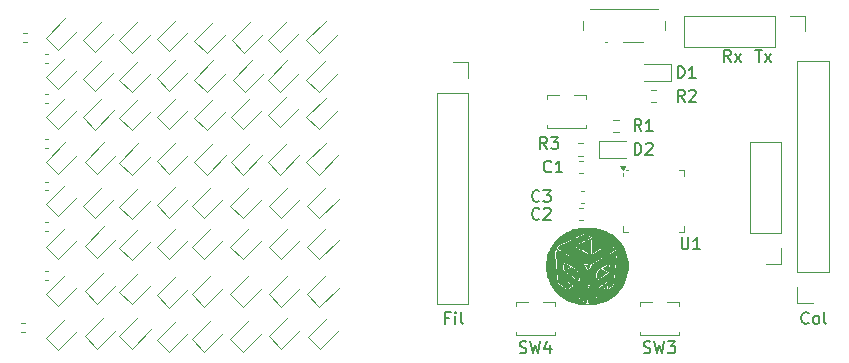
<source format=gbr>
%TF.GenerationSoftware,KiCad,Pcbnew,8.0.7*%
%TF.CreationDate,2025-04-21T23:50:56-03:00*%
%TF.ProjectId,matrixdisplay,6d617472-6978-4646-9973-706c61792e6b,rev?*%
%TF.SameCoordinates,Original*%
%TF.FileFunction,Legend,Top*%
%TF.FilePolarity,Positive*%
%FSLAX46Y46*%
G04 Gerber Fmt 4.6, Leading zero omitted, Abs format (unit mm)*
G04 Created by KiCad (PCBNEW 8.0.7) date 2025-04-21 23:50:56*
%MOMM*%
%LPD*%
G01*
G04 APERTURE LIST*
%ADD10C,0.200000*%
%ADD11C,0.120000*%
%ADD12C,0.000000*%
G04 APERTURE END LIST*
D10*
X179991101Y-79867219D02*
X179657768Y-79391028D01*
X179419673Y-79867219D02*
X179419673Y-78867219D01*
X179419673Y-78867219D02*
X179800625Y-78867219D01*
X179800625Y-78867219D02*
X179895863Y-78914838D01*
X179895863Y-78914838D02*
X179943482Y-78962457D01*
X179943482Y-78962457D02*
X179991101Y-79057695D01*
X179991101Y-79057695D02*
X179991101Y-79200552D01*
X179991101Y-79200552D02*
X179943482Y-79295790D01*
X179943482Y-79295790D02*
X179895863Y-79343409D01*
X179895863Y-79343409D02*
X179800625Y-79391028D01*
X179800625Y-79391028D02*
X179419673Y-79391028D01*
X180324435Y-79867219D02*
X180848244Y-79200552D01*
X180324435Y-79200552D02*
X180848244Y-79867219D01*
X182076816Y-78867219D02*
X182648244Y-78867219D01*
X182362530Y-79867219D02*
X182362530Y-78867219D01*
X182886340Y-79867219D02*
X183410149Y-79200552D01*
X182886340Y-79200552D02*
X183410149Y-79867219D01*
X186591101Y-101971980D02*
X186543482Y-102019600D01*
X186543482Y-102019600D02*
X186400625Y-102067219D01*
X186400625Y-102067219D02*
X186305387Y-102067219D01*
X186305387Y-102067219D02*
X186162530Y-102019600D01*
X186162530Y-102019600D02*
X186067292Y-101924361D01*
X186067292Y-101924361D02*
X186019673Y-101829123D01*
X186019673Y-101829123D02*
X185972054Y-101638647D01*
X185972054Y-101638647D02*
X185972054Y-101495790D01*
X185972054Y-101495790D02*
X186019673Y-101305314D01*
X186019673Y-101305314D02*
X186067292Y-101210076D01*
X186067292Y-101210076D02*
X186162530Y-101114838D01*
X186162530Y-101114838D02*
X186305387Y-101067219D01*
X186305387Y-101067219D02*
X186400625Y-101067219D01*
X186400625Y-101067219D02*
X186543482Y-101114838D01*
X186543482Y-101114838D02*
X186591101Y-101162457D01*
X187162530Y-102067219D02*
X187067292Y-102019600D01*
X187067292Y-102019600D02*
X187019673Y-101971980D01*
X187019673Y-101971980D02*
X186972054Y-101876742D01*
X186972054Y-101876742D02*
X186972054Y-101591028D01*
X186972054Y-101591028D02*
X187019673Y-101495790D01*
X187019673Y-101495790D02*
X187067292Y-101448171D01*
X187067292Y-101448171D02*
X187162530Y-101400552D01*
X187162530Y-101400552D02*
X187305387Y-101400552D01*
X187305387Y-101400552D02*
X187400625Y-101448171D01*
X187400625Y-101448171D02*
X187448244Y-101495790D01*
X187448244Y-101495790D02*
X187495863Y-101591028D01*
X187495863Y-101591028D02*
X187495863Y-101876742D01*
X187495863Y-101876742D02*
X187448244Y-101971980D01*
X187448244Y-101971980D02*
X187400625Y-102019600D01*
X187400625Y-102019600D02*
X187305387Y-102067219D01*
X187305387Y-102067219D02*
X187162530Y-102067219D01*
X188067292Y-102067219D02*
X187972054Y-102019600D01*
X187972054Y-102019600D02*
X187924435Y-101924361D01*
X187924435Y-101924361D02*
X187924435Y-101067219D01*
X156153006Y-101543409D02*
X155819673Y-101543409D01*
X155819673Y-102067219D02*
X155819673Y-101067219D01*
X155819673Y-101067219D02*
X156295863Y-101067219D01*
X156676816Y-102067219D02*
X156676816Y-101400552D01*
X156676816Y-101067219D02*
X156629197Y-101114838D01*
X156629197Y-101114838D02*
X156676816Y-101162457D01*
X156676816Y-101162457D02*
X156724435Y-101114838D01*
X156724435Y-101114838D02*
X156676816Y-101067219D01*
X156676816Y-101067219D02*
X156676816Y-101162457D01*
X157295863Y-102067219D02*
X157200625Y-102019600D01*
X157200625Y-102019600D02*
X157153006Y-101924361D01*
X157153006Y-101924361D02*
X157153006Y-101067219D01*
X176083333Y-83252219D02*
X175750000Y-82776028D01*
X175511905Y-83252219D02*
X175511905Y-82252219D01*
X175511905Y-82252219D02*
X175892857Y-82252219D01*
X175892857Y-82252219D02*
X175988095Y-82299838D01*
X175988095Y-82299838D02*
X176035714Y-82347457D01*
X176035714Y-82347457D02*
X176083333Y-82442695D01*
X176083333Y-82442695D02*
X176083333Y-82585552D01*
X176083333Y-82585552D02*
X176035714Y-82680790D01*
X176035714Y-82680790D02*
X175988095Y-82728409D01*
X175988095Y-82728409D02*
X175892857Y-82776028D01*
X175892857Y-82776028D02*
X175511905Y-82776028D01*
X176464286Y-82347457D02*
X176511905Y-82299838D01*
X176511905Y-82299838D02*
X176607143Y-82252219D01*
X176607143Y-82252219D02*
X176845238Y-82252219D01*
X176845238Y-82252219D02*
X176940476Y-82299838D01*
X176940476Y-82299838D02*
X176988095Y-82347457D01*
X176988095Y-82347457D02*
X177035714Y-82442695D01*
X177035714Y-82442695D02*
X177035714Y-82537933D01*
X177035714Y-82537933D02*
X176988095Y-82680790D01*
X176988095Y-82680790D02*
X176416667Y-83252219D01*
X176416667Y-83252219D02*
X177035714Y-83252219D01*
X164433333Y-87252219D02*
X164100000Y-86776028D01*
X163861905Y-87252219D02*
X163861905Y-86252219D01*
X163861905Y-86252219D02*
X164242857Y-86252219D01*
X164242857Y-86252219D02*
X164338095Y-86299838D01*
X164338095Y-86299838D02*
X164385714Y-86347457D01*
X164385714Y-86347457D02*
X164433333Y-86442695D01*
X164433333Y-86442695D02*
X164433333Y-86585552D01*
X164433333Y-86585552D02*
X164385714Y-86680790D01*
X164385714Y-86680790D02*
X164338095Y-86728409D01*
X164338095Y-86728409D02*
X164242857Y-86776028D01*
X164242857Y-86776028D02*
X163861905Y-86776028D01*
X164766667Y-86252219D02*
X165385714Y-86252219D01*
X165385714Y-86252219D02*
X165052381Y-86633171D01*
X165052381Y-86633171D02*
X165195238Y-86633171D01*
X165195238Y-86633171D02*
X165290476Y-86680790D01*
X165290476Y-86680790D02*
X165338095Y-86728409D01*
X165338095Y-86728409D02*
X165385714Y-86823647D01*
X165385714Y-86823647D02*
X165385714Y-87061742D01*
X165385714Y-87061742D02*
X165338095Y-87156980D01*
X165338095Y-87156980D02*
X165290476Y-87204600D01*
X165290476Y-87204600D02*
X165195238Y-87252219D01*
X165195238Y-87252219D02*
X164909524Y-87252219D01*
X164909524Y-87252219D02*
X164814286Y-87204600D01*
X164814286Y-87204600D02*
X164766667Y-87156980D01*
X163783333Y-91656980D02*
X163735714Y-91704600D01*
X163735714Y-91704600D02*
X163592857Y-91752219D01*
X163592857Y-91752219D02*
X163497619Y-91752219D01*
X163497619Y-91752219D02*
X163354762Y-91704600D01*
X163354762Y-91704600D02*
X163259524Y-91609361D01*
X163259524Y-91609361D02*
X163211905Y-91514123D01*
X163211905Y-91514123D02*
X163164286Y-91323647D01*
X163164286Y-91323647D02*
X163164286Y-91180790D01*
X163164286Y-91180790D02*
X163211905Y-90990314D01*
X163211905Y-90990314D02*
X163259524Y-90895076D01*
X163259524Y-90895076D02*
X163354762Y-90799838D01*
X163354762Y-90799838D02*
X163497619Y-90752219D01*
X163497619Y-90752219D02*
X163592857Y-90752219D01*
X163592857Y-90752219D02*
X163735714Y-90799838D01*
X163735714Y-90799838D02*
X163783333Y-90847457D01*
X164116667Y-90752219D02*
X164735714Y-90752219D01*
X164735714Y-90752219D02*
X164402381Y-91133171D01*
X164402381Y-91133171D02*
X164545238Y-91133171D01*
X164545238Y-91133171D02*
X164640476Y-91180790D01*
X164640476Y-91180790D02*
X164688095Y-91228409D01*
X164688095Y-91228409D02*
X164735714Y-91323647D01*
X164735714Y-91323647D02*
X164735714Y-91561742D01*
X164735714Y-91561742D02*
X164688095Y-91656980D01*
X164688095Y-91656980D02*
X164640476Y-91704600D01*
X164640476Y-91704600D02*
X164545238Y-91752219D01*
X164545238Y-91752219D02*
X164259524Y-91752219D01*
X164259524Y-91752219D02*
X164164286Y-91704600D01*
X164164286Y-91704600D02*
X164116667Y-91656980D01*
X172433333Y-85752219D02*
X172100000Y-85276028D01*
X171861905Y-85752219D02*
X171861905Y-84752219D01*
X171861905Y-84752219D02*
X172242857Y-84752219D01*
X172242857Y-84752219D02*
X172338095Y-84799838D01*
X172338095Y-84799838D02*
X172385714Y-84847457D01*
X172385714Y-84847457D02*
X172433333Y-84942695D01*
X172433333Y-84942695D02*
X172433333Y-85085552D01*
X172433333Y-85085552D02*
X172385714Y-85180790D01*
X172385714Y-85180790D02*
X172338095Y-85228409D01*
X172338095Y-85228409D02*
X172242857Y-85276028D01*
X172242857Y-85276028D02*
X171861905Y-85276028D01*
X173385714Y-85752219D02*
X172814286Y-85752219D01*
X173100000Y-85752219D02*
X173100000Y-84752219D01*
X173100000Y-84752219D02*
X173004762Y-84895076D01*
X173004762Y-84895076D02*
X172909524Y-84990314D01*
X172909524Y-84990314D02*
X172814286Y-85037933D01*
X172616667Y-104504600D02*
X172759524Y-104552219D01*
X172759524Y-104552219D02*
X172997619Y-104552219D01*
X172997619Y-104552219D02*
X173092857Y-104504600D01*
X173092857Y-104504600D02*
X173140476Y-104456980D01*
X173140476Y-104456980D02*
X173188095Y-104361742D01*
X173188095Y-104361742D02*
X173188095Y-104266504D01*
X173188095Y-104266504D02*
X173140476Y-104171266D01*
X173140476Y-104171266D02*
X173092857Y-104123647D01*
X173092857Y-104123647D02*
X172997619Y-104076028D01*
X172997619Y-104076028D02*
X172807143Y-104028409D01*
X172807143Y-104028409D02*
X172711905Y-103980790D01*
X172711905Y-103980790D02*
X172664286Y-103933171D01*
X172664286Y-103933171D02*
X172616667Y-103837933D01*
X172616667Y-103837933D02*
X172616667Y-103742695D01*
X172616667Y-103742695D02*
X172664286Y-103647457D01*
X172664286Y-103647457D02*
X172711905Y-103599838D01*
X172711905Y-103599838D02*
X172807143Y-103552219D01*
X172807143Y-103552219D02*
X173045238Y-103552219D01*
X173045238Y-103552219D02*
X173188095Y-103599838D01*
X173521429Y-103552219D02*
X173759524Y-104552219D01*
X173759524Y-104552219D02*
X173950000Y-103837933D01*
X173950000Y-103837933D02*
X174140476Y-104552219D01*
X174140476Y-104552219D02*
X174378572Y-103552219D01*
X174664286Y-103552219D02*
X175283333Y-103552219D01*
X175283333Y-103552219D02*
X174950000Y-103933171D01*
X174950000Y-103933171D02*
X175092857Y-103933171D01*
X175092857Y-103933171D02*
X175188095Y-103980790D01*
X175188095Y-103980790D02*
X175235714Y-104028409D01*
X175235714Y-104028409D02*
X175283333Y-104123647D01*
X175283333Y-104123647D02*
X175283333Y-104361742D01*
X175283333Y-104361742D02*
X175235714Y-104456980D01*
X175235714Y-104456980D02*
X175188095Y-104504600D01*
X175188095Y-104504600D02*
X175092857Y-104552219D01*
X175092857Y-104552219D02*
X174807143Y-104552219D01*
X174807143Y-104552219D02*
X174711905Y-104504600D01*
X174711905Y-104504600D02*
X174664286Y-104456980D01*
X175838095Y-94752219D02*
X175838095Y-95561742D01*
X175838095Y-95561742D02*
X175885714Y-95656980D01*
X175885714Y-95656980D02*
X175933333Y-95704600D01*
X175933333Y-95704600D02*
X176028571Y-95752219D01*
X176028571Y-95752219D02*
X176219047Y-95752219D01*
X176219047Y-95752219D02*
X176314285Y-95704600D01*
X176314285Y-95704600D02*
X176361904Y-95656980D01*
X176361904Y-95656980D02*
X176409523Y-95561742D01*
X176409523Y-95561742D02*
X176409523Y-94752219D01*
X177409523Y-95752219D02*
X176838095Y-95752219D01*
X177123809Y-95752219D02*
X177123809Y-94752219D01*
X177123809Y-94752219D02*
X177028571Y-94895076D01*
X177028571Y-94895076D02*
X176933333Y-94990314D01*
X176933333Y-94990314D02*
X176838095Y-95037933D01*
X164783333Y-89156980D02*
X164735714Y-89204600D01*
X164735714Y-89204600D02*
X164592857Y-89252219D01*
X164592857Y-89252219D02*
X164497619Y-89252219D01*
X164497619Y-89252219D02*
X164354762Y-89204600D01*
X164354762Y-89204600D02*
X164259524Y-89109361D01*
X164259524Y-89109361D02*
X164211905Y-89014123D01*
X164211905Y-89014123D02*
X164164286Y-88823647D01*
X164164286Y-88823647D02*
X164164286Y-88680790D01*
X164164286Y-88680790D02*
X164211905Y-88490314D01*
X164211905Y-88490314D02*
X164259524Y-88395076D01*
X164259524Y-88395076D02*
X164354762Y-88299838D01*
X164354762Y-88299838D02*
X164497619Y-88252219D01*
X164497619Y-88252219D02*
X164592857Y-88252219D01*
X164592857Y-88252219D02*
X164735714Y-88299838D01*
X164735714Y-88299838D02*
X164783333Y-88347457D01*
X165735714Y-89252219D02*
X165164286Y-89252219D01*
X165450000Y-89252219D02*
X165450000Y-88252219D01*
X165450000Y-88252219D02*
X165354762Y-88395076D01*
X165354762Y-88395076D02*
X165259524Y-88490314D01*
X165259524Y-88490314D02*
X165164286Y-88537933D01*
X171861905Y-87752219D02*
X171861905Y-86752219D01*
X171861905Y-86752219D02*
X172100000Y-86752219D01*
X172100000Y-86752219D02*
X172242857Y-86799838D01*
X172242857Y-86799838D02*
X172338095Y-86895076D01*
X172338095Y-86895076D02*
X172385714Y-86990314D01*
X172385714Y-86990314D02*
X172433333Y-87180790D01*
X172433333Y-87180790D02*
X172433333Y-87323647D01*
X172433333Y-87323647D02*
X172385714Y-87514123D01*
X172385714Y-87514123D02*
X172338095Y-87609361D01*
X172338095Y-87609361D02*
X172242857Y-87704600D01*
X172242857Y-87704600D02*
X172100000Y-87752219D01*
X172100000Y-87752219D02*
X171861905Y-87752219D01*
X172814286Y-86847457D02*
X172861905Y-86799838D01*
X172861905Y-86799838D02*
X172957143Y-86752219D01*
X172957143Y-86752219D02*
X173195238Y-86752219D01*
X173195238Y-86752219D02*
X173290476Y-86799838D01*
X173290476Y-86799838D02*
X173338095Y-86847457D01*
X173338095Y-86847457D02*
X173385714Y-86942695D01*
X173385714Y-86942695D02*
X173385714Y-87037933D01*
X173385714Y-87037933D02*
X173338095Y-87180790D01*
X173338095Y-87180790D02*
X172766667Y-87752219D01*
X172766667Y-87752219D02*
X173385714Y-87752219D01*
X163783333Y-93156980D02*
X163735714Y-93204600D01*
X163735714Y-93204600D02*
X163592857Y-93252219D01*
X163592857Y-93252219D02*
X163497619Y-93252219D01*
X163497619Y-93252219D02*
X163354762Y-93204600D01*
X163354762Y-93204600D02*
X163259524Y-93109361D01*
X163259524Y-93109361D02*
X163211905Y-93014123D01*
X163211905Y-93014123D02*
X163164286Y-92823647D01*
X163164286Y-92823647D02*
X163164286Y-92680790D01*
X163164286Y-92680790D02*
X163211905Y-92490314D01*
X163211905Y-92490314D02*
X163259524Y-92395076D01*
X163259524Y-92395076D02*
X163354762Y-92299838D01*
X163354762Y-92299838D02*
X163497619Y-92252219D01*
X163497619Y-92252219D02*
X163592857Y-92252219D01*
X163592857Y-92252219D02*
X163735714Y-92299838D01*
X163735714Y-92299838D02*
X163783333Y-92347457D01*
X164164286Y-92347457D02*
X164211905Y-92299838D01*
X164211905Y-92299838D02*
X164307143Y-92252219D01*
X164307143Y-92252219D02*
X164545238Y-92252219D01*
X164545238Y-92252219D02*
X164640476Y-92299838D01*
X164640476Y-92299838D02*
X164688095Y-92347457D01*
X164688095Y-92347457D02*
X164735714Y-92442695D01*
X164735714Y-92442695D02*
X164735714Y-92537933D01*
X164735714Y-92537933D02*
X164688095Y-92680790D01*
X164688095Y-92680790D02*
X164116667Y-93252219D01*
X164116667Y-93252219D02*
X164735714Y-93252219D01*
X175511905Y-81252219D02*
X175511905Y-80252219D01*
X175511905Y-80252219D02*
X175750000Y-80252219D01*
X175750000Y-80252219D02*
X175892857Y-80299838D01*
X175892857Y-80299838D02*
X175988095Y-80395076D01*
X175988095Y-80395076D02*
X176035714Y-80490314D01*
X176035714Y-80490314D02*
X176083333Y-80680790D01*
X176083333Y-80680790D02*
X176083333Y-80823647D01*
X176083333Y-80823647D02*
X176035714Y-81014123D01*
X176035714Y-81014123D02*
X175988095Y-81109361D01*
X175988095Y-81109361D02*
X175892857Y-81204600D01*
X175892857Y-81204600D02*
X175750000Y-81252219D01*
X175750000Y-81252219D02*
X175511905Y-81252219D01*
X177035714Y-81252219D02*
X176464286Y-81252219D01*
X176750000Y-81252219D02*
X176750000Y-80252219D01*
X176750000Y-80252219D02*
X176654762Y-80395076D01*
X176654762Y-80395076D02*
X176559524Y-80490314D01*
X176559524Y-80490314D02*
X176464286Y-80537933D01*
X162116667Y-104504600D02*
X162259524Y-104552219D01*
X162259524Y-104552219D02*
X162497619Y-104552219D01*
X162497619Y-104552219D02*
X162592857Y-104504600D01*
X162592857Y-104504600D02*
X162640476Y-104456980D01*
X162640476Y-104456980D02*
X162688095Y-104361742D01*
X162688095Y-104361742D02*
X162688095Y-104266504D01*
X162688095Y-104266504D02*
X162640476Y-104171266D01*
X162640476Y-104171266D02*
X162592857Y-104123647D01*
X162592857Y-104123647D02*
X162497619Y-104076028D01*
X162497619Y-104076028D02*
X162307143Y-104028409D01*
X162307143Y-104028409D02*
X162211905Y-103980790D01*
X162211905Y-103980790D02*
X162164286Y-103933171D01*
X162164286Y-103933171D02*
X162116667Y-103837933D01*
X162116667Y-103837933D02*
X162116667Y-103742695D01*
X162116667Y-103742695D02*
X162164286Y-103647457D01*
X162164286Y-103647457D02*
X162211905Y-103599838D01*
X162211905Y-103599838D02*
X162307143Y-103552219D01*
X162307143Y-103552219D02*
X162545238Y-103552219D01*
X162545238Y-103552219D02*
X162688095Y-103599838D01*
X163021429Y-103552219D02*
X163259524Y-104552219D01*
X163259524Y-104552219D02*
X163450000Y-103837933D01*
X163450000Y-103837933D02*
X163640476Y-104552219D01*
X163640476Y-104552219D02*
X163878572Y-103552219D01*
X164688095Y-103885552D02*
X164688095Y-104552219D01*
X164450000Y-103504600D02*
X164211905Y-104218885D01*
X164211905Y-104218885D02*
X164830952Y-104218885D01*
D11*
%TO.C,SW2*%
X174400000Y-77200000D02*
X174400000Y-76410000D01*
X173800000Y-75400000D02*
X168100000Y-75400000D01*
X172550000Y-78250000D02*
X170850000Y-78250000D01*
X169550000Y-78250000D02*
X169350000Y-78250000D01*
X167500000Y-76410000D02*
X167500000Y-77200000D01*
D12*
%TO.C,G\u002A\u002A\u002A*%
G36*
X167967900Y-93943118D02*
G01*
X168102372Y-93944711D01*
X168228683Y-93947530D01*
X168342308Y-93951572D01*
X168438723Y-93956837D01*
X168513402Y-93963326D01*
X168535823Y-93966213D01*
X168843133Y-94024716D01*
X169137804Y-94107774D01*
X169418951Y-94214750D01*
X169685690Y-94345010D01*
X169937136Y-94497917D01*
X170172406Y-94672837D01*
X170390614Y-94869133D01*
X170590875Y-95086170D01*
X170772307Y-95323313D01*
X170934023Y-95579927D01*
X171028191Y-95756954D01*
X171145388Y-96021637D01*
X171236419Y-96291108D01*
X171301833Y-96567759D01*
X171342175Y-96853981D01*
X171357995Y-97152167D01*
X171358287Y-97200000D01*
X171346422Y-97498758D01*
X171310401Y-97784976D01*
X171249589Y-98061428D01*
X171163348Y-98330892D01*
X171051042Y-98596142D01*
X171026479Y-98646749D01*
X170880617Y-98910445D01*
X170713371Y-99156967D01*
X170526158Y-99385324D01*
X170320392Y-99594523D01*
X170097490Y-99783574D01*
X169858869Y-99951485D01*
X169605943Y-100097263D01*
X169340129Y-100219918D01*
X169062842Y-100318458D01*
X168775499Y-100391892D01*
X168479515Y-100439227D01*
X168464503Y-100440893D01*
X168412944Y-100444706D01*
X168337826Y-100447828D01*
X168243553Y-100450264D01*
X168134529Y-100452021D01*
X168015157Y-100453103D01*
X167889842Y-100453516D01*
X167762986Y-100453266D01*
X167638995Y-100452357D01*
X167522271Y-100450796D01*
X167417218Y-100448588D01*
X167328240Y-100445739D01*
X167259742Y-100442253D01*
X167225525Y-100439347D01*
X166934263Y-100392573D01*
X166650470Y-100319483D01*
X166375742Y-100221205D01*
X166111672Y-100098868D01*
X165859854Y-99953599D01*
X165621882Y-99786526D01*
X165399351Y-99598779D01*
X165193855Y-99391485D01*
X165006988Y-99165772D01*
X164840345Y-98922769D01*
X164695518Y-98663604D01*
X164684270Y-98640876D01*
X164567715Y-98375574D01*
X164477350Y-98107717D01*
X164412452Y-97834128D01*
X164372295Y-97551633D01*
X164356156Y-97257053D01*
X164355746Y-97200000D01*
X164367782Y-96899729D01*
X164404257Y-96611795D01*
X164465717Y-96333806D01*
X164552709Y-96063370D01*
X164603575Y-95944033D01*
X165126027Y-95944033D01*
X165239616Y-97290599D01*
X165255797Y-97482094D01*
X165271351Y-97665502D01*
X165286111Y-97838910D01*
X165299913Y-98000407D01*
X165312590Y-98148081D01*
X165323979Y-98280020D01*
X165333913Y-98394314D01*
X165342228Y-98489050D01*
X165348758Y-98562317D01*
X165353338Y-98612203D01*
X165355803Y-98636797D01*
X165356160Y-98639124D01*
X165367917Y-98647366D01*
X165399940Y-98669864D01*
X165449536Y-98704726D01*
X165514017Y-98750061D01*
X165590690Y-98803978D01*
X165676866Y-98864584D01*
X165741266Y-98909879D01*
X165833007Y-98974105D01*
X165917722Y-99032833D01*
X165992620Y-99084172D01*
X166054911Y-99126234D01*
X166101803Y-99157129D01*
X166130507Y-99174966D01*
X166138231Y-99178674D01*
X166154086Y-99171497D01*
X166189834Y-99151455D01*
X166241711Y-99120784D01*
X166305953Y-99081720D01*
X166378794Y-99036497D01*
X166398195Y-99024310D01*
X166472663Y-98977871D01*
X166539534Y-98937026D01*
X166595033Y-98904012D01*
X166635384Y-98881064D01*
X166656810Y-98870421D01*
X166658780Y-98869945D01*
X166675900Y-98877567D01*
X166710560Y-98898243D01*
X166757482Y-98928683D01*
X166803889Y-98960353D01*
X166933560Y-99050760D01*
X166942635Y-99167342D01*
X166945847Y-99223237D01*
X166948601Y-99298890D01*
X166950673Y-99385991D01*
X166951839Y-99476234D01*
X166952009Y-99515470D01*
X166952708Y-99593941D01*
X166954450Y-99662911D01*
X166957020Y-99717343D01*
X166960199Y-99752198D01*
X166962618Y-99762176D01*
X166976646Y-99774243D01*
X167010484Y-99799875D01*
X167061093Y-99836945D01*
X167125437Y-99883322D01*
X167200477Y-99936878D01*
X167283176Y-99995484D01*
X167370497Y-100057011D01*
X167459401Y-100119328D01*
X167546851Y-100180309D01*
X167629809Y-100237823D01*
X167705238Y-100289742D01*
X167770101Y-100333936D01*
X167821359Y-100368276D01*
X167855975Y-100390634D01*
X167870911Y-100398880D01*
X167871049Y-100398886D01*
X167885139Y-100390717D01*
X167919269Y-100367689D01*
X167970899Y-100331611D01*
X168037487Y-100284289D01*
X168116492Y-100227533D01*
X168205373Y-100163151D01*
X168301590Y-100092949D01*
X168320110Y-100079381D01*
X168755138Y-99760474D01*
X168773069Y-99416950D01*
X168778254Y-99321088D01*
X168783295Y-99234263D01*
X168787931Y-99160494D01*
X168791899Y-99103805D01*
X168794939Y-99068217D01*
X168796412Y-99057904D01*
X168809754Y-99043186D01*
X168840047Y-99018277D01*
X168881287Y-98987372D01*
X168927473Y-98954665D01*
X168972604Y-98924349D01*
X169010678Y-98900618D01*
X169035692Y-98887667D01*
X169041565Y-98886592D01*
X169056456Y-98894913D01*
X169091521Y-98915564D01*
X169142964Y-98946276D01*
X169206987Y-98984781D01*
X169279794Y-99028810D01*
X169294299Y-99037609D01*
X169376836Y-99087435D01*
X169439002Y-99124063D01*
X169484257Y-99149118D01*
X169516062Y-99164224D01*
X169537878Y-99171006D01*
X169553166Y-99171089D01*
X169565388Y-99166099D01*
X169566515Y-99165420D01*
X169586730Y-99151729D01*
X169625733Y-99124213D01*
X169679669Y-99085633D01*
X169744685Y-99038748D01*
X169816925Y-98986321D01*
X169839137Y-98970139D01*
X169921330Y-98909743D01*
X169983311Y-98862886D01*
X170027910Y-98827081D01*
X170057954Y-98799841D01*
X170076272Y-98778679D01*
X170085695Y-98761108D01*
X170088279Y-98751112D01*
X170091747Y-98725179D01*
X170097698Y-98674506D01*
X170105905Y-98601294D01*
X170116141Y-98507744D01*
X170128181Y-98396058D01*
X170141796Y-98268437D01*
X170156759Y-98127083D01*
X170172845Y-97974198D01*
X170189826Y-97811983D01*
X170207474Y-97642639D01*
X170225565Y-97468368D01*
X170243869Y-97291372D01*
X170262161Y-97113852D01*
X170280214Y-96938009D01*
X170297800Y-96766045D01*
X170314693Y-96600162D01*
X170330666Y-96442561D01*
X170345493Y-96295444D01*
X170358945Y-96161011D01*
X170370797Y-96041465D01*
X170380821Y-95939008D01*
X170388791Y-95855840D01*
X170394480Y-95794163D01*
X170397660Y-95756179D01*
X170398178Y-95744053D01*
X170384272Y-95736792D01*
X170348693Y-95719756D01*
X170295282Y-95694705D01*
X170227881Y-95663397D01*
X170150330Y-95627590D01*
X170066472Y-95589042D01*
X169980148Y-95549512D01*
X169895199Y-95510757D01*
X169815466Y-95474536D01*
X169744790Y-95442606D01*
X169687014Y-95416727D01*
X169645978Y-95398656D01*
X169625524Y-95390152D01*
X169624026Y-95389724D01*
X169610950Y-95396291D01*
X169575559Y-95415167D01*
X169520120Y-95445118D01*
X169446901Y-95484909D01*
X169358166Y-95533303D01*
X169256185Y-95589066D01*
X169143222Y-95650962D01*
X169021545Y-95717755D01*
X168954541Y-95754586D01*
X168788820Y-95845358D01*
X168646636Y-95922444D01*
X168527241Y-95986230D01*
X168429889Y-96037102D01*
X168353831Y-96075446D01*
X168298322Y-96101648D01*
X168262614Y-96116093D01*
X168248084Y-96119448D01*
X168205099Y-96119448D01*
X168210125Y-95982624D01*
X168214509Y-95856453D01*
X168218630Y-95724790D01*
X168222432Y-95590604D01*
X168225861Y-95456865D01*
X168228863Y-95326543D01*
X168231383Y-95202606D01*
X168233365Y-95088023D01*
X168234756Y-94985764D01*
X168235501Y-94898799D01*
X168235544Y-94830095D01*
X168234832Y-94782624D01*
X168233309Y-94759354D01*
X168232692Y-94757541D01*
X168217400Y-94749310D01*
X168180090Y-94731265D01*
X168124350Y-94705081D01*
X168053769Y-94672431D01*
X167971936Y-94634990D01*
X167902509Y-94603494D01*
X167803252Y-94558806D01*
X167726168Y-94524710D01*
X167667947Y-94500032D01*
X167625283Y-94483597D01*
X167594865Y-94474232D01*
X167573385Y-94470762D01*
X167557536Y-94472014D01*
X167544663Y-94476515D01*
X167526204Y-94484953D01*
X167484215Y-94504211D01*
X167420669Y-94533382D01*
X167337538Y-94571560D01*
X167236793Y-94617839D01*
X167120404Y-94671315D01*
X166990344Y-94731080D01*
X166848585Y-94796230D01*
X166697097Y-94865858D01*
X166537851Y-94939060D01*
X166453701Y-94977744D01*
X165401215Y-95461595D01*
X165263621Y-95702814D01*
X165126027Y-95944033D01*
X164603575Y-95944033D01*
X164665780Y-95798096D01*
X164685841Y-95756954D01*
X164834373Y-95487756D01*
X165003114Y-95237717D01*
X165191205Y-95007454D01*
X165397783Y-94797588D01*
X165621988Y-94608736D01*
X165862958Y-94441518D01*
X166119833Y-94296552D01*
X166391750Y-94174457D01*
X166677850Y-94075851D01*
X166977271Y-94001353D01*
X167178209Y-93966213D01*
X167243104Y-93959243D01*
X167331512Y-93953496D01*
X167438911Y-93948973D01*
X167560774Y-93945674D01*
X167692577Y-93943599D01*
X167829794Y-93942746D01*
X167967900Y-93943118D01*
G37*
G36*
X165381180Y-95790801D02*
G01*
X165418862Y-95810520D01*
X165477419Y-95842166D01*
X165555095Y-95884761D01*
X165650131Y-95937326D01*
X165760768Y-95998885D01*
X165885250Y-96068457D01*
X166021817Y-96145066D01*
X166168713Y-96227732D01*
X166324179Y-96315478D01*
X166486458Y-96407326D01*
X166493679Y-96411419D01*
X167600175Y-97038619D01*
X167752681Y-97305249D01*
X167905186Y-97571879D01*
X167883463Y-98926077D01*
X167880308Y-99119207D01*
X167877165Y-99304753D01*
X167874074Y-99480743D01*
X167871075Y-99645207D01*
X167868206Y-99796171D01*
X167865509Y-99931664D01*
X167863023Y-100049713D01*
X167860787Y-100148346D01*
X167858840Y-100225591D01*
X167857224Y-100279477D01*
X167855976Y-100308030D01*
X167855603Y-100311851D01*
X167847004Y-100335962D01*
X167839207Y-100342245D01*
X167825777Y-100334130D01*
X167792127Y-100311569D01*
X167740900Y-100276396D01*
X167674739Y-100230447D01*
X167596285Y-100175556D01*
X167508181Y-100113558D01*
X167419283Y-100050691D01*
X167324374Y-99983330D01*
X167236611Y-99920871D01*
X167158658Y-99865222D01*
X167093174Y-99818289D01*
X167042821Y-99781979D01*
X167010260Y-99758199D01*
X166998289Y-99749011D01*
X166994918Y-99732415D01*
X166991384Y-99691667D01*
X166987883Y-99630680D01*
X166984614Y-99553368D01*
X166981774Y-99463642D01*
X166979944Y-99385636D01*
X166972928Y-99033566D01*
X166538802Y-98741058D01*
X166440578Y-98675325D01*
X166349618Y-98615313D01*
X166268534Y-98562681D01*
X166199937Y-98519086D01*
X166146440Y-98486188D01*
X166110655Y-98465644D01*
X166095194Y-98459111D01*
X166094881Y-98459275D01*
X166092882Y-98475760D01*
X166092571Y-98516216D01*
X166093842Y-98576608D01*
X166096588Y-98652900D01*
X166100703Y-98741055D01*
X166103858Y-98799256D01*
X166109030Y-98892099D01*
X166113415Y-98974991D01*
X166116826Y-99044029D01*
X166119075Y-99095310D01*
X166119976Y-99124931D01*
X166119768Y-99130713D01*
X166108054Y-99123471D01*
X166076185Y-99101909D01*
X166026904Y-99067932D01*
X165962954Y-99023446D01*
X165887081Y-98970356D01*
X165802029Y-98910569D01*
X165752044Y-98875320D01*
X165647562Y-98801224D01*
X165564101Y-98741179D01*
X165499476Y-98693445D01*
X165451505Y-98656286D01*
X165418003Y-98627963D01*
X165396785Y-98606739D01*
X165385669Y-98590875D01*
X165382639Y-98581395D01*
X165380808Y-98562368D01*
X165376775Y-98517395D01*
X165370716Y-98448497D01*
X165362803Y-98357693D01*
X165353213Y-98247002D01*
X165342118Y-98118446D01*
X165329694Y-97974044D01*
X165316114Y-97815816D01*
X165301553Y-97645781D01*
X165286184Y-97465960D01*
X165270184Y-97278373D01*
X165267900Y-97251566D01*
X165250550Y-97047911D01*
X165806663Y-97047911D01*
X165808200Y-97108585D01*
X165811219Y-97184278D01*
X165815600Y-97270661D01*
X165817306Y-97300469D01*
X165834800Y-97597902D01*
X166003919Y-97707187D01*
X166201057Y-97834414D01*
X166382518Y-97951191D01*
X166547476Y-98056995D01*
X166695105Y-98151302D01*
X166824577Y-98233591D01*
X166935067Y-98303338D01*
X167025746Y-98360020D01*
X167095790Y-98403114D01*
X167144370Y-98432097D01*
X167170661Y-98446446D01*
X167174926Y-98447988D01*
X167181281Y-98444404D01*
X167185865Y-98430843D01*
X167188803Y-98404162D01*
X167190217Y-98361221D01*
X167190231Y-98298878D01*
X167188966Y-98213992D01*
X167187248Y-98133442D01*
X167180004Y-97817933D01*
X167091605Y-97664239D01*
X167003206Y-97510546D01*
X166480852Y-97195127D01*
X165958497Y-96879709D01*
X165887869Y-96927273D01*
X165848783Y-96954876D01*
X165819640Y-96977825D01*
X165808526Y-96988937D01*
X165806731Y-97006586D01*
X165806663Y-97047911D01*
X165250550Y-97047911D01*
X165157702Y-95958066D01*
X165251392Y-95870912D01*
X165295099Y-95832318D01*
X165333053Y-95802536D01*
X165359447Y-95785964D01*
X165366132Y-95783988D01*
X165381180Y-95790801D01*
G37*
G36*
X170366840Y-95796239D02*
G01*
X170363122Y-95835532D01*
X170356879Y-95898333D01*
X170348342Y-95982442D01*
X170337744Y-96085660D01*
X170325318Y-96205787D01*
X170311297Y-96340623D01*
X170295913Y-96487970D01*
X170279400Y-96645627D01*
X170261989Y-96811396D01*
X170243913Y-96983076D01*
X170225405Y-97158469D01*
X170206698Y-97335374D01*
X170188024Y-97511593D01*
X170169617Y-97684926D01*
X170151708Y-97853173D01*
X170134530Y-98014135D01*
X170118316Y-98165613D01*
X170103300Y-98305406D01*
X170089712Y-98431317D01*
X170077787Y-98541144D01*
X170067756Y-98632689D01*
X170059853Y-98703752D01*
X170054310Y-98752134D01*
X170051359Y-98775635D01*
X170050976Y-98777582D01*
X170015388Y-98804671D01*
X169966341Y-98840910D01*
X169907831Y-98883463D01*
X169843853Y-98929493D01*
X169778400Y-98976166D01*
X169715468Y-99020646D01*
X169659051Y-99060098D01*
X169613143Y-99091686D01*
X169581739Y-99112574D01*
X169568835Y-99119927D01*
X169568746Y-99119888D01*
X169568294Y-99104912D01*
X169570091Y-99065976D01*
X169573868Y-99007073D01*
X169579357Y-98932199D01*
X169586289Y-98845345D01*
X169590708Y-98792893D01*
X169598134Y-98700721D01*
X169603881Y-98617945D01*
X169607742Y-98548640D01*
X169609510Y-98496880D01*
X169608977Y-98466740D01*
X169607622Y-98460849D01*
X169594277Y-98466367D01*
X169560536Y-98486413D01*
X169508906Y-98519293D01*
X169441892Y-98563311D01*
X169362000Y-98616772D01*
X169271738Y-98677979D01*
X169173609Y-98745239D01*
X169070122Y-98816856D01*
X168963782Y-98891133D01*
X168857094Y-98966377D01*
X168793869Y-99011345D01*
X168784275Y-99019374D01*
X168776610Y-99030458D01*
X168770419Y-99048021D01*
X168765243Y-99075491D01*
X168760624Y-99116291D01*
X168756107Y-99173849D01*
X168751232Y-99251591D01*
X168745543Y-99352941D01*
X168743670Y-99387333D01*
X168737941Y-99484393D01*
X168731878Y-99572203D01*
X168725820Y-99646862D01*
X168720110Y-99704470D01*
X168715088Y-99741127D01*
X168711735Y-99752805D01*
X168695355Y-99765695D01*
X168660057Y-99792142D01*
X168608965Y-99829880D01*
X168545203Y-99876646D01*
X168471897Y-99930174D01*
X168392172Y-99988202D01*
X168309150Y-100048464D01*
X168225958Y-100108697D01*
X168145720Y-100166635D01*
X168071560Y-100220015D01*
X168006604Y-100266573D01*
X167953975Y-100304044D01*
X167916799Y-100330163D01*
X167898199Y-100342668D01*
X167896702Y-100343426D01*
X167895335Y-100329858D01*
X167894485Y-100291005D01*
X167894140Y-100229646D01*
X167894288Y-100148555D01*
X167894919Y-100050511D01*
X167896022Y-99938290D01*
X167897585Y-99814670D01*
X167899288Y-99701409D01*
X167909630Y-99059392D01*
X167983801Y-98930662D01*
X168013425Y-98877126D01*
X168035696Y-98832737D01*
X168048056Y-98802875D01*
X168049201Y-98793161D01*
X168032084Y-98782712D01*
X167998575Y-98766132D01*
X167978350Y-98756929D01*
X167916269Y-98729468D01*
X167922192Y-98395452D01*
X168580784Y-98395452D01*
X168580855Y-98423283D01*
X168582234Y-98439301D01*
X168584884Y-98446749D01*
X168588769Y-98448867D01*
X168590436Y-98448950D01*
X168603931Y-98441380D01*
X168638370Y-98419697D01*
X168691401Y-98385445D01*
X168760674Y-98340164D01*
X168843839Y-98285398D01*
X168938544Y-98222689D01*
X169042438Y-98153579D01*
X169141237Y-98087597D01*
X169681326Y-97726243D01*
X169706892Y-97424992D01*
X169732458Y-97123741D01*
X169685842Y-97085405D01*
X169660308Y-97063885D01*
X169639014Y-97047036D01*
X169619106Y-97035858D01*
X169597729Y-97031348D01*
X169572028Y-97034503D01*
X169539151Y-97046323D01*
X169496242Y-97067805D01*
X169440448Y-97099948D01*
X169368913Y-97143748D01*
X169278784Y-97200205D01*
X169180056Y-97262257D01*
X168783204Y-97511241D01*
X168696028Y-97665307D01*
X168608851Y-97819372D01*
X168594287Y-98101136D01*
X168588771Y-98208648D01*
X168584706Y-98291377D01*
X168582055Y-98352564D01*
X168580784Y-98395452D01*
X167922192Y-98395452D01*
X167926622Y-98145638D01*
X167936976Y-97561807D01*
X168083819Y-97307230D01*
X168128614Y-97230142D01*
X168169514Y-97160833D01*
X168204174Y-97103190D01*
X168230250Y-97061098D01*
X168245399Y-97038443D01*
X168247320Y-97036155D01*
X168260707Y-97027594D01*
X168296064Y-97006105D01*
X168351277Y-96972938D01*
X168424230Y-96929343D01*
X168512808Y-96876571D01*
X168614895Y-96815873D01*
X168728376Y-96748499D01*
X168851136Y-96675699D01*
X168981059Y-96598724D01*
X169116030Y-96518824D01*
X169253933Y-96437250D01*
X169392654Y-96355252D01*
X169530077Y-96274082D01*
X169664086Y-96194988D01*
X169792566Y-96119222D01*
X169913402Y-96048035D01*
X170024479Y-95982676D01*
X170123680Y-95924397D01*
X170208891Y-95874447D01*
X170277997Y-95834077D01*
X170328881Y-95804538D01*
X170359429Y-95787080D01*
X170367799Y-95782652D01*
X170366840Y-95796239D01*
G37*
G36*
X166367355Y-98667213D02*
G01*
X166440707Y-98716505D01*
X166505435Y-98760791D01*
X166558125Y-98797669D01*
X166595365Y-98824740D01*
X166613739Y-98839600D01*
X166615083Y-98841449D01*
X166603917Y-98850618D01*
X166573367Y-98871806D01*
X166527855Y-98902167D01*
X166471803Y-98938852D01*
X166409631Y-98979015D01*
X166345762Y-99019808D01*
X166284616Y-99058384D01*
X166230616Y-99091895D01*
X166188183Y-99117494D01*
X166171503Y-99127100D01*
X166163210Y-99120262D01*
X166156181Y-99088807D01*
X166150186Y-99031405D01*
X166147070Y-98985327D01*
X166142350Y-98904361D01*
X166136919Y-98809888D01*
X166131608Y-98716424D01*
X166128916Y-98668497D01*
X166119627Y-98502133D01*
X166367355Y-98667213D01*
G37*
G36*
X169559488Y-98777933D02*
G01*
X169552031Y-98866344D01*
X169545439Y-98947332D01*
X169540098Y-99015930D01*
X169536393Y-99067169D01*
X169534710Y-99096080D01*
X169534659Y-99097984D01*
X169530875Y-99125607D01*
X169523453Y-99135483D01*
X169508696Y-99128106D01*
X169474050Y-99108261D01*
X169423464Y-99078287D01*
X169360889Y-99040525D01*
X169292462Y-98998660D01*
X169211491Y-98948137D01*
X169152710Y-98909735D01*
X169113869Y-98881773D01*
X169092717Y-98862572D01*
X169087007Y-98850454D01*
X169088981Y-98846761D01*
X169105223Y-98834109D01*
X169140791Y-98808095D01*
X169191967Y-98771381D01*
X169255037Y-98726628D01*
X169326283Y-98676498D01*
X169344800Y-98663534D01*
X169583634Y-98496474D01*
X169559488Y-98777933D01*
G37*
G36*
X167964934Y-98904599D02*
G01*
X167936273Y-98953927D01*
X167918872Y-98982548D01*
X167909921Y-98994039D01*
X167906611Y-98991980D01*
X167906132Y-98979947D01*
X167906132Y-98979491D01*
X167907966Y-98953018D01*
X167912577Y-98911797D01*
X167914873Y-98894287D01*
X167921994Y-98854832D01*
X167933342Y-98835165D01*
X167955314Y-98827091D01*
X167968760Y-98825243D01*
X168013906Y-98819972D01*
X167964934Y-98904599D01*
G37*
G36*
X167954559Y-98781046D02*
G01*
X167962265Y-98785746D01*
X167973286Y-98795982D01*
X167959348Y-98799408D01*
X167951740Y-98799564D01*
X167927102Y-98794450D01*
X167920165Y-98785746D01*
X167929000Y-98772688D01*
X167954559Y-98781046D01*
G37*
G36*
X168063528Y-97277182D02*
G01*
X168021053Y-97349196D01*
X167983230Y-97412080D01*
X167952361Y-97462105D01*
X167930750Y-97495544D01*
X167920700Y-97508668D01*
X167920485Y-97508729D01*
X167911325Y-97497197D01*
X167890531Y-97465140D01*
X167860451Y-97416365D01*
X167823437Y-97354683D01*
X167783157Y-97286166D01*
X167741997Y-97215027D01*
X167706227Y-97152310D01*
X167678075Y-97101999D01*
X167659772Y-97068075D01*
X167653536Y-97054619D01*
X167666858Y-97051851D01*
X167703984Y-97049429D01*
X167760651Y-97047493D01*
X167832598Y-97046184D01*
X167915562Y-97045642D01*
X167926199Y-97045635D01*
X168198863Y-97045635D01*
X168063528Y-97277182D01*
G37*
G36*
X167876330Y-94629065D02*
G01*
X167959727Y-94667553D01*
X168033101Y-94702708D01*
X168093054Y-94732795D01*
X168136192Y-94756078D01*
X168159117Y-94770823D01*
X168161729Y-94774879D01*
X168147222Y-94783071D01*
X168109916Y-94802264D01*
X168052273Y-94831239D01*
X167976761Y-94868776D01*
X167885843Y-94913653D01*
X167781986Y-94964652D01*
X167667653Y-95020553D01*
X167545311Y-95080134D01*
X167526604Y-95089224D01*
X167403391Y-95149179D01*
X167287902Y-95205563D01*
X167182591Y-95257166D01*
X167089908Y-95302778D01*
X167012306Y-95341188D01*
X166952236Y-95371186D01*
X166912151Y-95391561D01*
X166894503Y-95401104D01*
X166893938Y-95401531D01*
X166887721Y-95419781D01*
X166882442Y-95455214D01*
X166878598Y-95499339D01*
X166876685Y-95543668D01*
X166877197Y-95579712D01*
X166880633Y-95598981D01*
X166882327Y-95600221D01*
X166896825Y-95606493D01*
X166933569Y-95624415D01*
X166989923Y-95652648D01*
X167063254Y-95689852D01*
X167150928Y-95734687D01*
X167250311Y-95785814D01*
X167358769Y-95841893D01*
X167420383Y-95873868D01*
X167947022Y-96147514D01*
X168126550Y-96147418D01*
X168306077Y-96147321D01*
X168964472Y-95785056D01*
X169622868Y-95422790D01*
X169978367Y-95584457D01*
X170070786Y-95626814D01*
X170154261Y-95665704D01*
X170225540Y-95699560D01*
X170281371Y-95726816D01*
X170318501Y-95745905D01*
X170333676Y-95755261D01*
X170333867Y-95755662D01*
X170322053Y-95764043D01*
X170287771Y-95785589D01*
X170232758Y-95819259D01*
X170158754Y-95864016D01*
X170067496Y-95918818D01*
X169960723Y-95982627D01*
X169840174Y-96054405D01*
X169707587Y-96133110D01*
X169564699Y-96217705D01*
X169413251Y-96307150D01*
X169282225Y-96384368D01*
X168230584Y-97003536D01*
X167917502Y-97002905D01*
X167604420Y-97002273D01*
X166505131Y-96380041D01*
X166343243Y-96288346D01*
X166188291Y-96200460D01*
X166042025Y-96117383D01*
X165906191Y-96040112D01*
X165782540Y-95969646D01*
X165672820Y-95906984D01*
X165578779Y-95853124D01*
X165502166Y-95809067D01*
X165444730Y-95775809D01*
X165408219Y-95754349D01*
X165394383Y-95745688D01*
X165394368Y-95745672D01*
X165391718Y-95727329D01*
X165394263Y-95688407D01*
X165401407Y-95635793D01*
X165406258Y-95607900D01*
X165429622Y-95482263D01*
X166369673Y-95050361D01*
X166526260Y-94978419D01*
X166678389Y-94908526D01*
X166823671Y-94841779D01*
X166959720Y-94779276D01*
X167084148Y-94722113D01*
X167194569Y-94671386D01*
X167288595Y-94628192D01*
X167363839Y-94593628D01*
X167417914Y-94568791D01*
X167444687Y-94556496D01*
X167579650Y-94494533D01*
X167876330Y-94629065D01*
G37*
G36*
X168206085Y-94816528D02*
G01*
X168205797Y-94856458D01*
X168204791Y-94918713D01*
X168203131Y-95000428D01*
X168200876Y-95098738D01*
X168198087Y-95210780D01*
X168194827Y-95333688D01*
X168192292Y-95424807D01*
X168188601Y-95555114D01*
X168185129Y-95677805D01*
X168181963Y-95789810D01*
X168179189Y-95888056D01*
X168176894Y-95969474D01*
X168175165Y-96030990D01*
X168174088Y-96069535D01*
X168173778Y-96080856D01*
X168172762Y-96119448D01*
X168064005Y-96118073D01*
X167955248Y-96116698D01*
X167450055Y-95852990D01*
X167339777Y-95795258D01*
X167236948Y-95741105D01*
X167144308Y-95691996D01*
X167064599Y-95649401D01*
X167000562Y-95614786D01*
X166954937Y-95589618D01*
X166930467Y-95575365D01*
X166927320Y-95573149D01*
X166916834Y-95550258D01*
X166910564Y-95511000D01*
X166909779Y-95490686D01*
X166909779Y-95424357D01*
X167555590Y-95110292D01*
X167680700Y-95049594D01*
X167797983Y-94992970D01*
X167905063Y-94941552D01*
X167999559Y-94896466D01*
X168079093Y-94858842D01*
X168141287Y-94829809D01*
X168183761Y-94810496D01*
X168204138Y-94802032D01*
X168205596Y-94801788D01*
X168206085Y-94816528D01*
G37*
G36*
X165376312Y-95592774D02*
G01*
X165371475Y-95626282D01*
X165365982Y-95657148D01*
X165345280Y-95724310D01*
X165309103Y-95776864D01*
X165306273Y-95779852D01*
X165267175Y-95818212D01*
X165244342Y-95834826D01*
X165237724Y-95829411D01*
X165247266Y-95801681D01*
X165272916Y-95751352D01*
X165293987Y-95713732D01*
X165325599Y-95659223D01*
X165351863Y-95615396D01*
X165369892Y-95586968D01*
X165376725Y-95578470D01*
X165376312Y-95592774D01*
G37*
G36*
X166515639Y-97263332D02*
G01*
X166551910Y-97282255D01*
X166602622Y-97310483D01*
X166663090Y-97345240D01*
X166728632Y-97383747D01*
X166794564Y-97423226D01*
X166856202Y-97460900D01*
X166908862Y-97493990D01*
X166947860Y-97519718D01*
X166968433Y-97535228D01*
X166984927Y-97556410D01*
X167011061Y-97595965D01*
X167042878Y-97647712D01*
X167068291Y-97691160D01*
X167144578Y-97824475D01*
X167151639Y-98115663D01*
X167153671Y-98202570D01*
X167155314Y-98279072D01*
X167156493Y-98341057D01*
X167157131Y-98384417D01*
X167157152Y-98405042D01*
X167157030Y-98406183D01*
X167145258Y-98398716D01*
X167112196Y-98377588D01*
X167060176Y-98344294D01*
X166991530Y-98300328D01*
X166908591Y-98247185D01*
X166813693Y-98186359D01*
X166709166Y-98119344D01*
X166608066Y-98054511D01*
X166492963Y-97980707D01*
X166382163Y-97909692D01*
X166278521Y-97843296D01*
X166184893Y-97783347D01*
X166104136Y-97731672D01*
X166039105Y-97690100D01*
X165992656Y-97660459D01*
X165971454Y-97646982D01*
X165882134Y-97590457D01*
X166181951Y-97423657D01*
X166265820Y-97377349D01*
X166342012Y-97335951D01*
X166406969Y-97301342D01*
X166457135Y-97275398D01*
X166488953Y-97259998D01*
X166498493Y-97256495D01*
X166515639Y-97263332D01*
G37*
G36*
X166218950Y-97075745D02*
G01*
X166292266Y-97120226D01*
X166356617Y-97159904D01*
X166408394Y-97192502D01*
X166443991Y-97215742D01*
X166459798Y-97227346D01*
X166460267Y-97228066D01*
X166448636Y-97236307D01*
X166416504Y-97255647D01*
X166368025Y-97283772D01*
X166307349Y-97318368D01*
X166238630Y-97357121D01*
X166166020Y-97397714D01*
X166093672Y-97437835D01*
X166025737Y-97475168D01*
X165966369Y-97507398D01*
X165919719Y-97532212D01*
X165889940Y-97547294D01*
X165881232Y-97550829D01*
X165871274Y-97539379D01*
X165866378Y-97526271D01*
X165863222Y-97503625D01*
X165859407Y-97458963D01*
X165855372Y-97398313D01*
X165851554Y-97327702D01*
X165850825Y-97312265D01*
X165846940Y-97236292D01*
X165842600Y-97165084D01*
X165838304Y-97106101D01*
X165834553Y-97066805D01*
X165834162Y-97063763D01*
X165826215Y-97004708D01*
X165901930Y-96967574D01*
X165977644Y-96930440D01*
X166218950Y-97075745D01*
G37*
G36*
X169329454Y-97559706D02*
G01*
X169412490Y-97605444D01*
X169486542Y-97646507D01*
X169548318Y-97681050D01*
X169594529Y-97707223D01*
X169621884Y-97723181D01*
X169628042Y-97727336D01*
X169616146Y-97735304D01*
X169583275Y-97757238D01*
X169531813Y-97791550D01*
X169464145Y-97836650D01*
X169382656Y-97890948D01*
X169289732Y-97952855D01*
X169187757Y-98020782D01*
X169115520Y-98068895D01*
X168605847Y-98408340D01*
X168613425Y-98347955D01*
X168616553Y-98313246D01*
X168620243Y-98256859D01*
X168624136Y-98185166D01*
X168627874Y-98104540D01*
X168629836Y-98056022D01*
X168638669Y-97824475D01*
X168725200Y-97677921D01*
X168763253Y-97614612D01*
X168793183Y-97569551D01*
X168820617Y-97536517D01*
X168851183Y-97509291D01*
X168890509Y-97481653D01*
X168919874Y-97462778D01*
X169028016Y-97394189D01*
X169329454Y-97559706D01*
G37*
G36*
X169625193Y-97101318D02*
G01*
X169663409Y-97125645D01*
X169688894Y-97147896D01*
X169695359Y-97159578D01*
X169694179Y-97192991D01*
X169690950Y-97244633D01*
X169686139Y-97309310D01*
X169680213Y-97381830D01*
X169673638Y-97457000D01*
X169666882Y-97529628D01*
X169660412Y-97594521D01*
X169654694Y-97646487D01*
X169650196Y-97680333D01*
X169647575Y-97691011D01*
X169633416Y-97684517D01*
X169598186Y-97666371D01*
X169545405Y-97638445D01*
X169478595Y-97602613D01*
X169401278Y-97560746D01*
X169349237Y-97532376D01*
X169059248Y-97373891D01*
X169307138Y-97218161D01*
X169555027Y-97062430D01*
X169625193Y-97101318D01*
G37*
D11*
%TO.C,R11*%
X120403641Y-78180000D02*
X120096359Y-78180000D01*
X120403641Y-77420000D02*
X120096359Y-77420000D01*
%TO.C,R10*%
X122203641Y-79980000D02*
X121896359Y-79980000D01*
X122203641Y-79220000D02*
X121896359Y-79220000D01*
%TO.C,R9*%
X122203641Y-83380000D02*
X121896359Y-83380000D01*
X122203641Y-82620000D02*
X121896359Y-82620000D01*
%TO.C,R8*%
X122203641Y-87180000D02*
X121896359Y-87180000D01*
X122203641Y-86420000D02*
X121896359Y-86420000D01*
%TO.C,R7*%
X121896359Y-90020000D02*
X122203641Y-90020000D01*
X121896359Y-90780000D02*
X122203641Y-90780000D01*
%TO.C,R6*%
X121896359Y-93420000D02*
X122203641Y-93420000D01*
X121896359Y-94180000D02*
X122203641Y-94180000D01*
%TO.C,R5*%
X121896359Y-97620000D02*
X122203641Y-97620000D01*
X121896359Y-98380000D02*
X122203641Y-98380000D01*
%TO.C,R4*%
X119896359Y-102020000D02*
X120203641Y-102020000D01*
X119896359Y-102780000D02*
X120203641Y-102780000D01*
%TO.C,D66*%
X145802809Y-101571438D02*
X144187070Y-103187177D01*
X145226517Y-104226624D02*
X146842256Y-102610885D01*
X144187070Y-103187177D02*
X145226517Y-104226624D01*
%TO.C,D65*%
X142495962Y-101514591D02*
X140880223Y-103130330D01*
X141919670Y-104169777D02*
X143535409Y-102554038D01*
X140880223Y-103130330D02*
X141919670Y-104169777D01*
%TO.C,D64*%
X139245962Y-101764591D02*
X137630223Y-103380330D01*
X138669670Y-104419777D02*
X140285409Y-102804038D01*
X137630223Y-103380330D02*
X138669670Y-104419777D01*
%TO.C,D63*%
X135995962Y-101764591D02*
X134380223Y-103380330D01*
X135419670Y-104419777D02*
X137035409Y-102804038D01*
X134380223Y-103380330D02*
X135419670Y-104419777D01*
%TO.C,D62*%
X145745962Y-97964591D02*
X144130223Y-99580330D01*
X145169670Y-100619777D02*
X146785409Y-99004038D01*
X144130223Y-99580330D02*
X145169670Y-100619777D01*
%TO.C,D61*%
X142495962Y-97964591D02*
X140880223Y-99580330D01*
X141919670Y-100619777D02*
X143535409Y-99004038D01*
X140880223Y-99580330D02*
X141919670Y-100619777D01*
%TO.C,D60*%
X139245962Y-97964591D02*
X137630223Y-99580330D01*
X138669670Y-100619777D02*
X140285409Y-99004038D01*
X137630223Y-99580330D02*
X138669670Y-100619777D01*
%TO.C,D59*%
X135995962Y-97964591D02*
X134380223Y-99580330D01*
X135419670Y-100619777D02*
X137035409Y-99004038D01*
X134380223Y-99580330D02*
X135419670Y-100619777D01*
%TO.C,D58*%
X145745962Y-93964591D02*
X144130223Y-95580330D01*
X145169670Y-96619777D02*
X146785409Y-95004038D01*
X144130223Y-95580330D02*
X145169670Y-96619777D01*
%TO.C,D57*%
X142495962Y-93964591D02*
X140880223Y-95580330D01*
X141919670Y-96619777D02*
X143535409Y-95004038D01*
X140880223Y-95580330D02*
X141919670Y-96619777D01*
%TO.C,D56*%
X139245962Y-93964591D02*
X137630223Y-95580330D01*
X138669670Y-96619777D02*
X140285409Y-95004038D01*
X137630223Y-95580330D02*
X138669670Y-96619777D01*
%TO.C,D55*%
X135995962Y-93964591D02*
X134380223Y-95580330D01*
X135419670Y-96619777D02*
X137035409Y-95004038D01*
X134380223Y-95580330D02*
X135419670Y-96619777D01*
%TO.C,D54*%
X145745962Y-90464591D02*
X144130223Y-92080330D01*
X145169670Y-93119777D02*
X146785409Y-91504038D01*
X144130223Y-92080330D02*
X145169670Y-93119777D01*
%TO.C,D53*%
X142495962Y-90464591D02*
X140880223Y-92080330D01*
X141919670Y-93119777D02*
X143535409Y-91504038D01*
X140880223Y-92080330D02*
X141919670Y-93119777D01*
%TO.C,D52*%
X139245962Y-90464591D02*
X137630223Y-92080330D01*
X138669670Y-93119777D02*
X140285409Y-91504038D01*
X137630223Y-92080330D02*
X138669670Y-93119777D01*
%TO.C,D51*%
X135995962Y-90464591D02*
X134380223Y-92080330D01*
X135419670Y-93119777D02*
X137035409Y-91504038D01*
X134380223Y-92080330D02*
X135419670Y-93119777D01*
%TO.C,D50*%
X145689115Y-86771438D02*
X144073376Y-88387177D01*
X145112823Y-89426624D02*
X146728562Y-87810885D01*
X144073376Y-88387177D02*
X145112823Y-89426624D01*
%TO.C,D49*%
X142439115Y-86771438D02*
X140823376Y-88387177D01*
X141862823Y-89426624D02*
X143478562Y-87810885D01*
X140823376Y-88387177D02*
X141862823Y-89426624D01*
%TO.C,D48*%
X139302809Y-86771438D02*
X137687070Y-88387177D01*
X138726517Y-89426624D02*
X140342256Y-87810885D01*
X137687070Y-88387177D02*
X138726517Y-89426624D01*
%TO.C,D47*%
X136189115Y-86771438D02*
X134573376Y-88387177D01*
X135612823Y-89426624D02*
X137228562Y-87810885D01*
X134573376Y-88387177D02*
X135612823Y-89426624D01*
%TO.C,D46*%
X145689115Y-82914591D02*
X144073376Y-84530330D01*
X145112823Y-85569777D02*
X146728562Y-83954038D01*
X144073376Y-84530330D02*
X145112823Y-85569777D01*
%TO.C,D45*%
X142439115Y-82771438D02*
X140823376Y-84387177D01*
X141862823Y-85426624D02*
X143478562Y-83810885D01*
X140823376Y-84387177D02*
X141862823Y-85426624D01*
%TO.C,D44*%
X139302809Y-82907744D02*
X137687070Y-84523483D01*
X138726517Y-85562930D02*
X140342256Y-83947191D01*
X137687070Y-84523483D02*
X138726517Y-85562930D01*
%TO.C,D43*%
X136189115Y-83021438D02*
X134573376Y-84637177D01*
X135612823Y-85676624D02*
X137228562Y-84060885D01*
X134573376Y-84637177D02*
X135612823Y-85676624D01*
%TO.C,D42*%
X145689115Y-79771438D02*
X144073376Y-81387177D01*
X145112823Y-82426624D02*
X146728562Y-80810885D01*
X144073376Y-81387177D02*
X145112823Y-82426624D01*
%TO.C,D41*%
X142439115Y-79771438D02*
X140823376Y-81387177D01*
X141862823Y-82426624D02*
X143478562Y-80810885D01*
X140823376Y-81387177D02*
X141862823Y-82426624D01*
%TO.C,D40*%
X139439115Y-79771438D02*
X137823376Y-81387177D01*
X138862823Y-82426624D02*
X140478562Y-80810885D01*
X137823376Y-81387177D02*
X138862823Y-82426624D01*
%TO.C,D39*%
X136189115Y-79771438D02*
X134573376Y-81387177D01*
X135612823Y-82426624D02*
X137228562Y-80810885D01*
X134573376Y-81387177D02*
X135612823Y-82426624D01*
%TO.C,D38*%
X144073376Y-78080329D02*
X145112823Y-79119776D01*
X145112823Y-79119776D02*
X146728562Y-77504037D01*
X145689115Y-76464590D02*
X144073376Y-78080329D01*
%TO.C,D37*%
X140823376Y-78023483D02*
X141862823Y-79062930D01*
X141862823Y-79062930D02*
X143478562Y-77447191D01*
X142439115Y-76407744D02*
X140823376Y-78023483D01*
%TO.C,D36*%
X137761528Y-78080330D02*
X138800975Y-79119777D01*
X138800975Y-79119777D02*
X140416714Y-77504038D01*
X139377267Y-76464591D02*
X137761528Y-78080330D01*
%TO.C,D35*%
X136189115Y-76521438D02*
X134573376Y-78137177D01*
X135612823Y-79176624D02*
X137228562Y-77560885D01*
X134573376Y-78137177D02*
X135612823Y-79176624D01*
%TO.C,D34*%
X132995962Y-101788285D02*
X131380223Y-103404024D01*
X132419670Y-104443471D02*
X134035409Y-102827732D01*
X131380223Y-103404024D02*
X132419670Y-104443471D01*
%TO.C,D33*%
X132995962Y-98053285D02*
X131380223Y-99669024D01*
X132419670Y-100708471D02*
X134035409Y-99092732D01*
X131380223Y-99669024D02*
X132419670Y-100708471D01*
%TO.C,D32*%
X132995962Y-93931438D02*
X131380223Y-95547177D01*
X132419670Y-96586624D02*
X134035409Y-94970885D01*
X131380223Y-95547177D02*
X132419670Y-96586624D01*
%TO.C,D31*%
X132995962Y-90431438D02*
X131380223Y-92047177D01*
X132419670Y-93086624D02*
X134035409Y-91470885D01*
X131380223Y-92047177D02*
X132419670Y-93086624D01*
%TO.C,D30*%
X132995962Y-86701438D02*
X131380223Y-88317177D01*
X132419670Y-89356624D02*
X134035409Y-87740885D01*
X131380223Y-88317177D02*
X132419670Y-89356624D01*
%TO.C,D29*%
X132995962Y-82926438D02*
X131380223Y-84542177D01*
X132419670Y-85581624D02*
X134035409Y-83965885D01*
X131380223Y-84542177D02*
X132419670Y-85581624D01*
%TO.C,D28*%
X132995962Y-79681438D02*
X131380223Y-81297177D01*
X132419670Y-82336624D02*
X134035409Y-80720885D01*
X131380223Y-81297177D02*
X132419670Y-82336624D01*
%TO.C,D27*%
X132995962Y-76356438D02*
X131380223Y-77972177D01*
X132419670Y-79011624D02*
X134035409Y-77395885D01*
X131380223Y-77972177D02*
X132419670Y-79011624D01*
%TO.C,D26*%
X129840309Y-101506438D02*
X128224570Y-103122177D01*
X129264017Y-104161624D02*
X130879756Y-102545885D01*
X128224570Y-103122177D02*
X129264017Y-104161624D01*
%TO.C,D25*%
X129840309Y-97771438D02*
X128224570Y-99387177D01*
X129264017Y-100426624D02*
X130879756Y-98810885D01*
X128224570Y-99387177D02*
X129264017Y-100426624D01*
%TO.C,D24*%
X128224570Y-95645330D02*
X129264017Y-96684777D01*
X129264017Y-96684777D02*
X130879756Y-95069038D01*
X129840309Y-94029591D02*
X128224570Y-95645330D01*
%TO.C,D23*%
X129840309Y-90529591D02*
X128224570Y-92145330D01*
X129264017Y-93184777D02*
X130879756Y-91569038D01*
X128224570Y-92145330D02*
X129264017Y-93184777D01*
%TO.C,D22*%
X129840309Y-86799591D02*
X128224570Y-88415330D01*
X129264017Y-89454777D02*
X130879756Y-87839038D01*
X128224570Y-88415330D02*
X129264017Y-89454777D01*
%TO.C,D21*%
X129840309Y-83024591D02*
X128224570Y-84640330D01*
X129264017Y-85679777D02*
X130879756Y-84064038D01*
X128224570Y-84640330D02*
X129264017Y-85679777D01*
%TO.C,D20*%
X129840309Y-79779591D02*
X128224570Y-81395330D01*
X129264017Y-82434777D02*
X130879756Y-80819038D01*
X128224570Y-81395330D02*
X129264017Y-82434777D01*
%TO.C,D19*%
X129840309Y-76454591D02*
X128224570Y-78070330D01*
X129264017Y-79109777D02*
X130879756Y-77494038D01*
X128224570Y-78070330D02*
X129264017Y-79109777D01*
%TO.C,D18*%
X126895962Y-101514591D02*
X125280223Y-103130330D01*
X126319670Y-104169777D02*
X127935409Y-102554038D01*
X125280223Y-103130330D02*
X126319670Y-104169777D01*
%TO.C,D17*%
X126895962Y-97714591D02*
X125280223Y-99330330D01*
X126319670Y-100369777D02*
X127935409Y-98754038D01*
X125280223Y-99330330D02*
X126319670Y-100369777D01*
%TO.C,D16*%
X126938462Y-93824591D02*
X125322723Y-95440330D01*
X126362170Y-96479777D02*
X127977909Y-94864038D01*
X125322723Y-95440330D02*
X126362170Y-96479777D01*
%TO.C,D15*%
X125130223Y-92080330D02*
X126169670Y-93119777D01*
X126169670Y-93119777D02*
X127785409Y-91504038D01*
X126745962Y-90464591D02*
X125130223Y-92080330D01*
%TO.C,D14*%
X126938462Y-86714591D02*
X125322723Y-88330330D01*
X126362170Y-89369777D02*
X127977909Y-87754038D01*
X125322723Y-88330330D02*
X126362170Y-89369777D01*
%TO.C,D13*%
X126745962Y-82964591D02*
X125130223Y-84580330D01*
X126169670Y-85619777D02*
X127785409Y-84004038D01*
X125130223Y-84580330D02*
X126169670Y-85619777D01*
%TO.C,D12*%
X126745962Y-79719591D02*
X125130223Y-81335330D01*
X126169670Y-82374777D02*
X127785409Y-80759038D01*
X125130223Y-81335330D02*
X126169670Y-82374777D01*
%TO.C,D11*%
X126745962Y-76394591D02*
X125130223Y-78010330D01*
X126169670Y-79049777D02*
X127785409Y-77434038D01*
X125130223Y-78010330D02*
X126169670Y-79049777D01*
%TO.C,D10*%
X123615309Y-101646438D02*
X121999570Y-103262177D01*
X123039017Y-104301624D02*
X124654756Y-102685885D01*
X121999570Y-103262177D02*
X123039017Y-104301624D01*
%TO.C,D9*%
X123615309Y-97911438D02*
X121999570Y-99527177D01*
X123039017Y-100566624D02*
X124654756Y-98950885D01*
X121999570Y-99527177D02*
X123039017Y-100566624D01*
%TO.C,D8*%
X123615309Y-93964591D02*
X121999570Y-95580330D01*
X123039017Y-96619777D02*
X124654756Y-95004038D01*
X121999570Y-95580330D02*
X123039017Y-96619777D01*
%TO.C,D7*%
X123615309Y-90289591D02*
X121999570Y-91905330D01*
X123039017Y-92944777D02*
X124654756Y-91329038D01*
X121999570Y-91905330D02*
X123039017Y-92944777D01*
%TO.C,D6*%
X123615309Y-86714591D02*
X121999570Y-88330330D01*
X123039017Y-89369777D02*
X124654756Y-87754038D01*
X121999570Y-88330330D02*
X123039017Y-89369777D01*
%TO.C,D5*%
X123615309Y-82914591D02*
X121999570Y-84530330D01*
X123039017Y-85569777D02*
X124654756Y-83954038D01*
X121999570Y-84530330D02*
X123039017Y-85569777D01*
%TO.C,D4*%
X123615309Y-79539591D02*
X121999570Y-81155330D01*
X123039017Y-82194777D02*
X124654756Y-80579038D01*
X121999570Y-81155330D02*
X123039017Y-82194777D01*
%TO.C,D3*%
X123615309Y-76214591D02*
X121999570Y-77830330D01*
X123039017Y-78869777D02*
X124654756Y-77254038D01*
X121999570Y-77830330D02*
X123039017Y-78869777D01*
%TO.C,J3*%
X186320000Y-75970000D02*
X186320000Y-77300000D01*
X184990000Y-75970000D02*
X186320000Y-75970000D01*
X183720000Y-78630000D02*
X176040000Y-78630000D01*
X183720000Y-75970000D02*
X183720000Y-78630000D01*
X183720000Y-75970000D02*
X176040000Y-75970000D01*
X176040000Y-75970000D02*
X176040000Y-78630000D01*
%TO.C,J2*%
X188280000Y-97690000D02*
X188280000Y-79850000D01*
X188280000Y-97690000D02*
X185620000Y-97690000D01*
X188280000Y-79850000D02*
X185620000Y-79850000D01*
X186950000Y-100290000D02*
X185620000Y-100290000D01*
X185620000Y-100290000D02*
X185620000Y-98960000D01*
X185620000Y-97690000D02*
X185620000Y-79850000D01*
%TO.C,R2*%
X173687258Y-82277500D02*
X173212742Y-82277500D01*
X173687258Y-83322500D02*
X173212742Y-83322500D01*
%TO.C,R3*%
X167037742Y-87822500D02*
X167512258Y-87822500D01*
X167037742Y-86777500D02*
X167512258Y-86777500D01*
%TO.C,SW1*%
X167750000Y-85520000D02*
X164450000Y-85520000D01*
X167750000Y-85230000D02*
X167750000Y-85520000D01*
X167750000Y-83020000D02*
X167750000Y-82730000D01*
X167750000Y-82730000D02*
X166750000Y-82730000D01*
X164450000Y-85520000D02*
X164450000Y-85230000D01*
X164450000Y-82730000D02*
X165450000Y-82730000D01*
X164450000Y-82730000D02*
X164450000Y-83020000D01*
%TO.C,C3*%
X167590580Y-91810000D02*
X167309420Y-91810000D01*
X167590580Y-90790000D02*
X167309420Y-90790000D01*
%TO.C,R1*%
X170037742Y-85822500D02*
X170512258Y-85822500D01*
X170037742Y-84777500D02*
X170512258Y-84777500D01*
%TO.C,SW3*%
X175600000Y-103020000D02*
X172300000Y-103020000D01*
X175600000Y-102730000D02*
X175600000Y-103020000D01*
X175600000Y-100520000D02*
X175600000Y-100230000D01*
X175600000Y-100230000D02*
X174600000Y-100230000D01*
X172300000Y-103020000D02*
X172300000Y-102730000D01*
X172300000Y-100230000D02*
X173300000Y-100230000D01*
X172300000Y-100230000D02*
X172300000Y-100520000D01*
%TO.C,U1*%
X170840000Y-89515000D02*
X170840000Y-89280000D01*
X170840000Y-94260000D02*
X170840000Y-93785000D01*
X171315000Y-89040000D02*
X171140000Y-89040000D01*
X171315000Y-94260000D02*
X170840000Y-94260000D01*
X175585000Y-89040000D02*
X176060000Y-89040000D01*
X175585000Y-94260000D02*
X176060000Y-94260000D01*
X176060000Y-89040000D02*
X176060000Y-89515000D01*
X176060000Y-94260000D02*
X176060000Y-93785000D01*
X170840000Y-89040000D02*
X170600000Y-88710000D01*
X171080000Y-88710000D01*
X170840000Y-89040000D01*
G36*
X170840000Y-89040000D02*
G01*
X170600000Y-88710000D01*
X171080000Y-88710000D01*
X170840000Y-89040000D01*
G37*
%TO.C,J1*%
X155120000Y-82530000D02*
X155120000Y-100370000D01*
X155120000Y-82530000D02*
X157780000Y-82530000D01*
X155120000Y-100370000D02*
X157780000Y-100370000D01*
X156450000Y-79930000D02*
X157780000Y-79930000D01*
X157780000Y-79930000D02*
X157780000Y-81260000D01*
X157780000Y-82530000D02*
X157780000Y-100370000D01*
%TO.C,C1*%
X167465580Y-89310000D02*
X167184420Y-89310000D01*
X167465580Y-88290000D02*
X167184420Y-88290000D01*
%TO.C,J4*%
X184280000Y-96970000D02*
X182950000Y-96970000D01*
X184280000Y-95640000D02*
X184280000Y-96970000D01*
X184280000Y-94370000D02*
X184280000Y-86690000D01*
X184280000Y-94370000D02*
X181620000Y-94370000D01*
X184280000Y-86690000D02*
X181620000Y-86690000D01*
X181620000Y-94370000D02*
X181620000Y-86690000D01*
%TO.C,D2*%
X171112500Y-86565000D02*
X168827500Y-86565000D01*
X168827500Y-88035000D02*
X171112500Y-88035000D01*
X168827500Y-86565000D02*
X168827500Y-88035000D01*
%TO.C,C2*%
X167465580Y-93310000D02*
X167184420Y-93310000D01*
X167465580Y-92290000D02*
X167184420Y-92290000D01*
%TO.C,D1*%
X172612500Y-81535000D02*
X174897500Y-81535000D01*
X174897500Y-80065000D02*
X172612500Y-80065000D01*
X174897500Y-81535000D02*
X174897500Y-80065000D01*
%TO.C,SW4*%
X165100000Y-103020000D02*
X161800000Y-103020000D01*
X165100000Y-102730000D02*
X165100000Y-103020000D01*
X165100000Y-100520000D02*
X165100000Y-100230000D01*
X165100000Y-100230000D02*
X164100000Y-100230000D01*
X161800000Y-103020000D02*
X161800000Y-102730000D01*
X161800000Y-100230000D02*
X162800000Y-100230000D01*
X161800000Y-100230000D02*
X161800000Y-100520000D01*
%TD*%
M02*

</source>
